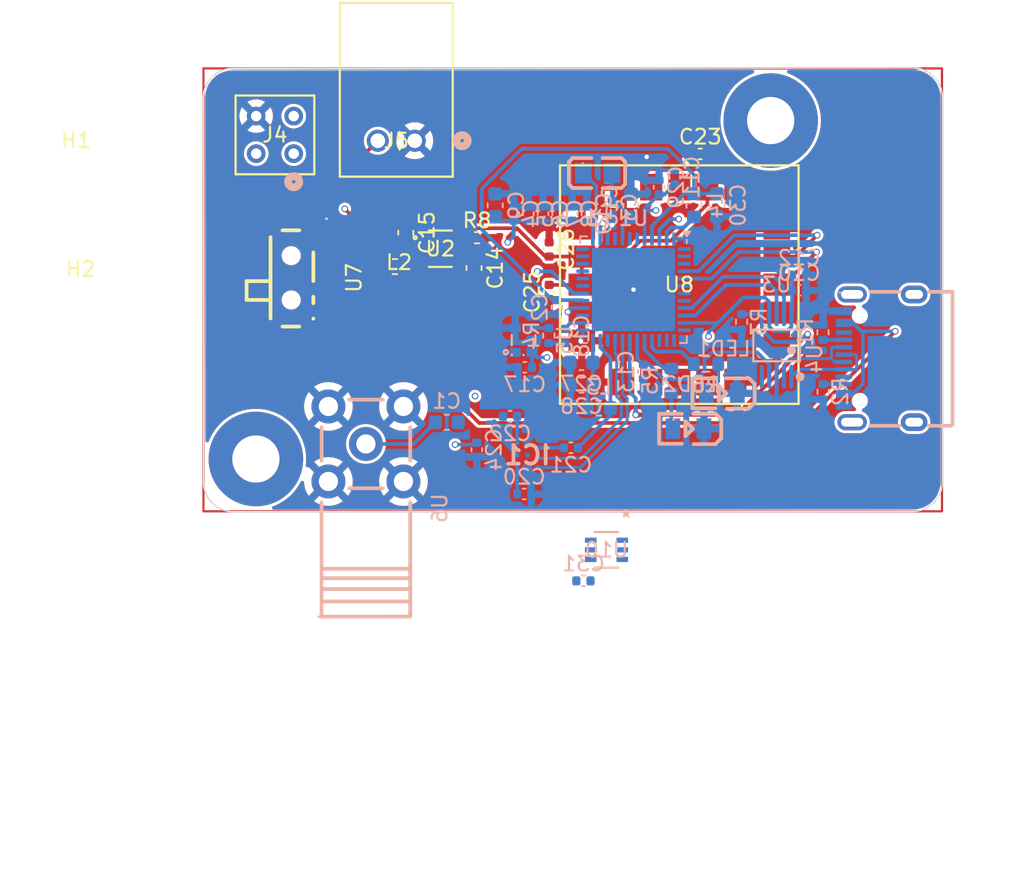
<source format=kicad_pcb>
(kicad_pcb (version 20240108) (generator "pcbnew") (generator_version "8.0")
  (layers (0 "F.Cu" signal) (1 "In1.Cu" signal) (2 "In2.Cu" signal) (31 "B.Cu" signal) (34 "B.Paste" user) (35 "F.Paste" user) (36 "B.SilkS" user "B.Silkscreen") (37 "F.SilkS" user "F.Silkscreen") (38 "B.Mask" user) (39 "F.Mask" user) (44 "Edge.Cuts" user))
  (net 0 "")
  (net 1 "+1V5")
  (net 2 "GND")
  (net 3 "+3.3V")
  (net 4 "/RESET")
  (net 5 "/PB0-VDD_TCXO")
  (net 6 "Net-(C18-Pad1)")
  (net 7 "/OSC_IN")
  (net 8 "Net-(U6-IN)")
  (net 9 "Net-(IC1-RFO_IN)")
  (net 10 "/RFI-")
  (net 11 "Net-(IC1-RFI_IN)")
  (net 12 "/RFI+")
  (net 15 "/USART1_TX")
  (net 16 "/USART1_RX")
  (net 17 "Net-(LED1-A)")
  (net 18 "Net-(LED2-A)")
  (net 19 "Net-(U4-CC1)")
  (net 20 "Net-(U4-CC2)")
  (net 21 "/BOOT0")
  (net 22 "Net-(U5-OUT)")
  (net 23 "/TIM1_CH1_LED_1")
  (net 26 "Net-(U2-EN)")
  (net 27 "/USART2_RX")
  (net 30 "Net-(U1-RFO_HP)")
  (net 35 "/USART2_TX")
  (net 36 "/TIM1_CH2_LED_2")
  (net 50 "USBD+")
  (net 51 "USBD-")
  (net 54 "Net-(U1-VR_PA)")
  (net 57 "Data 2")
  (net 59 "Net-(U1-VDDA)")
  (net 60 "Net-(IC1-RFO_OUT)")
  (net 61 "Data 1")
  (net 62 "Net-(J5-Pad2)")
  (net 63 "Net-(U2-SW)")
  (net 64 "Net-(U1-VLXSMPS)")
  (net 65 "Net-(U2-MODE{slash}S-CONF)")
  (net 68 "Net-(U4-VBUS-Pad11)")
  (net 80 "Net-(U1-PC13)")
  (net 81 "Net-(U10-RFC)")
  (net 82 "Net-(U10-RF2)")
  (footprint "Capacitor_SMD:C_0402_1005Metric" (layer "F.Cu") (at 163.420001 75.139998 90)
    (property "Reference" "C25")
    (property "Value" "100nF")
  )
  (footprint "jlc:CON4_2X2_TU_BCS_SAI" (layer "F.Cu") (at 144.85 64.5001)
    (property "Reference" "J4")
    (property "Value" "BCS-102-L-D-TE")
  )
  (footprint "" (layer "F.Cu") (at 143.56 86.45)
    (property "Reference" "")
    (property "Value" "")
  )
  (footprint "MountingHole:MountingHole_2.2mm_M2" (layer "F.Cu") (at 131.38 68.08)
    (property "Reference" "H1")
    (property "Value" "MountingHole")
  )
  (footprint "Capacitor_SMD:C_0402_1005Metric" (layer "F.Cu") (at 173.650001 65.789998)
    (property "Reference" "C23")
    (property "Value" "100nF")
  )
  (footprint "" (layer "F.Cu") (at 178.42 63.53)
    (property "Reference" "")
    (property "Value" "")
  )
  (footprint "jlc:SOT5X3-8_DRL_TEX" (layer "F.Cu") (at 156.049263 72.21)
    (property "Reference" "U2")
    (property "Value" "TPS629206DRLR")
  )
  (footprint "jlc:CONN_S2B-XH-A_JST" (layer "F.Cu") (at 154.3166 64.8969)
    (property "Reference" "J5")
    (property "Value" "S2B-XH-A")
  )
  (footprint "jlc:SAM-M10Q_UBL" (layer "F.Cu") (at 172.230001 74.639998)
    (property "Reference" "U8")
    (property "Value" "SAM-M10Q-00B")
  )
  (footprint "Capacitor_SMD:C_0603_1608Metric" (layer "F.Cu") (at 153.709263 71.125 -90)
    (property "Reference" "C15")
    (property "Value" "22uF")
  )
  (footprint "Capacitor_SMD:C_0603_1608Metric" (layer "F.Cu") (at 158.329263 73.515 -90)
    (property "Reference" "C14")
    (property "Value" "4.7uF")
  )
  (footprint "Inductor_SMD:L_0603_1608Metric" (layer "F.Cu") (at 152.971763 73.42)
    (property "Reference" "L2")
    (property "Value" "2.2uH")
  )
  (footprint "jlc:SW-TH_MSK12C02-HB-1" (layer "F.Cu") (at 146.500165 74.179873 -90)
    (property "Reference" "U7")
    (property "Value" "MSK12C02-HB")
  )
  (footprint "MountingHole:MountingHole_2.2mm_M2" (layer "F.Cu") (at 131.69 76.79)
    (property "Reference" "H2")
    (property "Value" "MountingHole")
  )
  (footprint "Resistor_SMD:R_0402_1005Metric" (layer "F.Cu") (at 158.535037 71.465)
    (property "Reference" "R8")
    (property "Value" "27.4k")
  )
  (footprint "Capacitor_SMD:C_0402_1005Metric" (layer "F.Cu") (at 163.420001 72.259998 -90)
    (property "Reference" "C26")
    (property "Value" "100nF")
  )
  (footprint "Resistor_SMD:R_0402_1005Metric" (layer "B.Cu") (at 181.96 77.87 -90)
    (property "Reference" "R1")
    (property "Value" "5.1k")
  )
  (footprint "Capacitor_SMD:C_0402_1005Metric" (layer "B.Cu") (at 164.985 69.835 90)
    (property "Reference" "C8")
    (property "Value" "100nF")
  )
  (footprint "jlc:MSOP-10_L3.0-W3.0-P0.50-LS5.0-BL" (layer "B.Cu") (at 178.82 78.76 180)
    (property "Reference" "U3")
    (property "Value" "CH340X")
  )
  (footprint "Capacitor_SMD:C_0402_1005Metric" (layer "B.Cu") (at 161.73 88.82 180)
    (property "Reference" "C20")
    (property "Value" "0")
  )
  (footprint "Capacitor_SMD:C_0402_1005Metric" (layer "B.Cu") (at 165.74 94.7 180)
    (property "Reference" "C31")
    (property "Value" "22pF")
  )
  (footprint "jlc:ANT-TH_KH-SMA-K513-G" (layer "B.Cu") (at 151.009995 85.430005 90)
    (property "Reference" "U6")
    (property "Value" "KH-SMA-K513-G")
  )
  (footprint "Capacitor_SMD:C_0402_1005Metric" (layer "B.Cu") (at 161.77 80.24)
    (property "Reference" "C17")
    (property "Value" "10nF")
  )
  (footprint "Capacitor_SMD:C_0402_1005Metric" (layer "B.Cu") (at 163.995 69.835 90)
    (property "Reference" "C7")
    (property "Value" "100nF")
  )
  (footprint "jlc:LED0805-R-RD" (layer "B.Cu") (at 172.849708 84.4 180)
    (property "Reference" "LED2")
    (property "Value" "0805G_(Green)")
  )
  (footprint "Capacitor_SMD:C_0603_1608Metric" (layer "B.Cu") (at 168.96 69.29 -90)
    (property "Reference" "C16")
    (property "Value" "4.7uF")
  )
  (footprint "Package_DFN_QFN:QFN-48-1EP_7x7mm_P0.5mm_EP5.6x5.6mm" (layer "B.Cu") (at 169.13 74.98 180)
    (property "Reference" "U1")
    (property "Value" "STM32WLE5C8Ux")
  )
  (footprint "Capacitor_SMD:C_0402_1005Metric" (layer "B.Cu") (at 171.92 67.37 90)
    (property "Reference" "C11")
    (property "Value" "100nF")
  )
  (footprint "Capacitor_SMD:C_0402_1005Metric" (layer "B.Cu") (at 165.975 69.835 90)
    (property "Reference" "C19")
    (property "Value" "100nF")
  )
  (footprint "Capacitor_SMD:C_0402_1005Metric" (layer "B.Cu") (at 180.35 75.03 180)
    (property "Reference" "C10")
    (property "Value" "100nF")
  )
  (footprint "Capacitor_SMD:C_0402_1005Metric" (layer "B.Cu") (at 180.35 73.99 180)
    (property "Reference" "C12")
    (property "Value" "100nF")
  )
  (footprint "Capacitor_SMD:C_0402_1005Metric" (layer "B.Cu") (at 164.89 85.69)
    (property "Reference" "C21")
    (property "Value" "100pF")
  )
  (footprint "Capacitor_SMD:C_0402_1005Metric" (layer "B.Cu") (at 169.8 80.53 -90)
    (property "Reference" "C13")
    (property "Value" "100nF")
  )
  (footprint "Capacitor_SMD:C_0402_1005Metric" (layer "B.Cu") (at 167.69 69.41 90)
    (property "Reference" "C3")
    (property "Value" "100nF")
  )
  (footprint "jlc:SC-70-6_PSM" (layer "B.Cu") (at 167.3018 92.600001 180)
    (property "Reference" "U10")
    (property "Value" "4259-63")
  )
  (footprint "jlc:BALFHBWL02D3" (layer "B.Cu") (at 161.94 85.69 180)
    (property "Reference" "IC1")
    (property "Value" "BALFHB-WL-02D3" (hide yes))
  )
  (footprint "Resistor_SMD:R_0402_1005Metric" (layer "B.Cu") (at 163.4 78.09 -90)
    (property "Reference" "R4")
    (property "Value" "220")
  )
  (footprint "Capacitor_SMD:C_0402_1005Metric" (layer "B.Cu") (at 160.77 83.56)
    (property "Reference" "C22")
    (property "Value" "68pF")
  )
  (footprint "jlc:LED0805-R-RD" (layer "B.Cu") (at 175.110292 82 180)
    (property "Reference" "LED1")
    (property "Value" "0805G_(Green)")
  )
  (footprint "jlc:USB-C-SMD_TYPE-C-6PIN-2MD-073" (layer "B.Cu") (at 185.76 79.63 -90)
    (property "Reference" "U4")
    (property "Value" "TYPE-C_16PIN_2MD(073)")
  )
  (footprint "Capacitor_SMD:C_0603_1608Metric" (layer "B.Cu") (at 156.485 83.96 180)
    (property "Reference" "C1")
    (property "Value" "68pF")
  )
  (footprint "Capacitor_SMD:C_0603_1608Metric" (layer "B.Cu") (at 165.615 81.45)
    (property "Reference" "C28")
    (property "Value" "68pF")
  )
  (footprint "Capacitor_SMD:C_0402_1005Metric" (layer "B.Cu") (at 163.005 69.835 90)
    (property "Reference" "C6")
    (property "Value" "100nF")
  )
  (footprint "Capacitor_SMD:C_0402_1005Metric" (layer "B.Cu") (at 162.015 69.835 90)
    (property "Reference" "C5")
    (property "Value" "100nF")
  )
  (footprint "Resistor_SMD:R_0603_1608Metric" (layer "B.Cu") (at 174.04 80.02)
    (property "Reference" "R6")
    (property "Value" "68")
  )
  (footprint "Capacitor_SMD:C_0402_1005Metric" (layer "B.Cu") (at 161.025 69.835 90)
    (property "Reference" "C4")
    (property "Value" "100nF")
  )
  (footprint "Inductor_SMD:L_0603_1608Metric" (layer "B.Cu") (at 166.78 83 180)
    (property "Reference" "L3")
    (property "Value" "47nH")
  )
  (footprint "Resistor_SMD:R_0603_1608Metric" (layer "B.Cu") (at 171.69 81.15 -90)
    (property "Reference" "R5")
    (property "Value" "68")
  )
  (footprint "Capacitor_SMD:C_0603_1608Metric" (layer "B.Cu") (at 159.765 69.27 90)
    (property "Reference" "C9")
    (property "Value" "4.7uF")
  )
  (footprint "Capacitor_SMD:C_0603_1608Metric" (layer "B.Cu") (at 165.605 79.92)
    (property "Reference" "C27")
    (property "Value" "47nF")
  )
  (footprint "jlc:OSC-SMD_4P-L2.0-W1.6-BL_EPSON_TG-5006CJ-19H" (layer "B.Cu") (at 161.684976 78.404994 90)
    (property "Reference" "U5")
    (property "Value" "X1G004131004200")
  )
  (footprint "Capacitor_SMD:C_0402_1005Metric" (layer "B.Cu") (at 163.95 76.17 -90)
    (property "Reference" "C2")
    (property "Value" "33pF")
  )
  (footprint "Resistor_SMD:R_0402_1005Metric" (layer "B.Cu") (at 181.97 81.89 90)
    (property "Reference" "R2")
    (property "Value" "5.1k")
  )
  (footprint "jlc:L0805" (layer "B.Cu") (at 166.698782 67.085)
    (property "Reference" "L1")
    (property "Value" "GZ2012D601TF")
  )
  (footprint "Capacitor_SMD:C_0402_1005Metric" (layer "B.Cu") (at 158.52 85.82 90)
    (property "Reference" "C24")
    (property "Value" "100nF")
  )
  (footprint "Capacitor_SMD:C_0402_1005Metric" (layer "B.Cu") (at 170.86 68.05 90)
    (property "Reference" "C29")
    (property "Value" "4.7uF")
  )
  (footprint "Capacitor_SMD:C_0402_1005Metric" (layer "B.Cu") (at 164.46 78.12 90)
    (property "Reference" "C18")
    (property "Value" "10pF")
  )
  (footprint "Capacitor_SMD:C_0603_1608Metric" (layer "B.Cu") (at 174.78 69.26 90)
    (property "Reference" "C30")
    (property "Value" "0.47uF")
  )
  (footprint "Resistor_SMD:R_0402_1005Metric" (layer "B.Cu") (at 176.45 77.16 90)
    (property "Reference" "R3")
    (property "Value" "4.7k")
  )
  (footprint "Inductor_SMD:L_0603_1608Metric" (layer "B.Cu") (at 173.23 69.2725 90)
    (property "Reference" "L4")
    (property "Value" "15uH")
  )
  (gr_rect (start 140.01 60) (end 190.02 89.99) (stroke (width 0.15)) (fill none) (layer "F.Cu"))
  (gr_arc (start 139.994214 62.004214) (mid 140.58 60.59) (end 141.994214 60.004214) (stroke (width 0.1)) (layer "Edge.Cuts"))
  (gr_arc (start 190.045786 87.995786) (mid 189.46 89.41) (end 188.045786 89.995786) (stroke (width 0.1)) (layer "Edge.Cuts"))
  (gr_line (start 140.014214 88.015786) (end 139.994214 62.004214) (stroke (width 0.1)) (layer "Edge.Cuts"))
  (gr_line (start 141.994214 60.004214) (end 188.045786 59.964214) (stroke (width 0.1)) (layer "Edge.Cuts"))
  (gr_arc (start 188.045786 59.964214) (mid 189.46 60.55) (end 190.045786 61.964214) (stroke (width 0.1)) (layer "Edge.Cuts"))
  (gr_arc (start 142.014214 90.015786) (mid 140.6 89.43) (end 140.014214 88.015786) (stroke (width 0.1)) (layer "Edge.Cuts"))
  (gr_line (start 188.045786 89.995786) (end 142.014214 90.015786) (stroke (width 0.1)) (layer "Edge.Cuts"))
  (gr_line (start 190.045786 61.964214) (end 190.045786 87.995786) (stroke (width 0.1)) (layer "Edge.Cuts"))
  (segment (start 170.38 70.667818) (end 170.38 71.5425) (width 0.25) (layer "B.Cu") (net 1))
  (segment (start 171.46 65.44) (end 173.23 67.21) (width 0.25) (layer "B.Cu") (net 1))
  (segment (start 163.640001 75.69) (end 158.86 70.909999) (width 0.25) (layer "B.Cu") (net 1))
  (segment (start 173.23 67.21) (end 173.23 68.485) (width 0.25) (layer "B.Cu") (net 1))
  (segment (start 163.95 75.69) (end 165.6525 75.69) (width 0.25) (layer "B.Cu") (net 1))
  (segment (start 165.6525 75.69) (end 165.6925 75.73) (width 0.25) (layer "B.Cu") (net 1))
  (segment (start 158.86 68.140948) (end 161.560948 65.44) (width 0.25) (layer "B.Cu") (net 1))
  (segment (start 161.560948 65.44) (end 171.46 65.44) (width 0.25) (layer "B.Cu") (net 1))
  (segment (start 172.562818 68.485) (end 170.38 70.667818) (width 0.25) (layer "B.Cu") (net 1))
  (segment (start 174.78 68.485) (end 173.23 68.485) (width 0.25) (layer "B.Cu") (net 1))
  (segment (start 173.23 68.485) (end 172.562818 68.485) (width 0.25) (layer "B.Cu") (net 1))
  (segment (start 163.95 75.69) (end 163.640001 75.69) (width 0.25) (layer "B.Cu") (net 1))
  (segment (start 158.86 70.909999) (end 158.86 68.140948) (width 0.25) (layer "B.Cu") (net 1))
  (segment (start 156.849363 72.960189) (end 156.999452 72.960189) (width 0.25) (layer "F.Cu") (net 2))
  (segment (start 155.249163 71.459811) (end 154.819074 71.459811) (width 0.25) (layer "F.Cu") (net 2))
  (segment (start 156.999452 72.960189) (end 158.329263 74.29) (width 0.25) (layer "F.Cu") (net 2))
  (segment (start 154.819074 71.459811) (end 153.709263 70.35) (width 0.25) (layer "F.Cu") (net 2))
  (via (at 169.13 74.98) (size 0.45) (drill 0.3) (layers "F.Cu" "B.Cu") (net 2))
  (via (at 167.69 70.61) (size 0.45) (drill 0.3) (layers "F.Cu" "B.Cu") (net 2))
  (via (at 170.02 65.99) (size 0.45) (drill 0.3) (layers "F.Cu" "B.Cu") (net 2))
  (segment (start 171.92 66.89) (end 170.92 66.89) (width 0.25) (layer "B.Cu") (net 2))
  (segment (start 170.92 66.89) (end 170.02 65.99) (width 0.25) (layer "B.Cu") (net 2))
  (segment (start 167.69 69.89) (end 167.69 70.61) (width 0.25) (layer "B.Cu") (net 2))
  (segment (start 153.709263 71.9) (end 154.269326 72.460063) (width 0.25) (layer "F.Cu") (net 3))
  (segment (start 174.130001 65.789998) (end 174.130001 68.039995) (width 0.25) (layer "F.Cu") (net 3))
  (segment (start 153.709263 71.9) (end 153.704263 71.9) (width 0.25) (layer "F.Cu") (net 3))
  (segment (start 174.13 69.191696) (end 174.13 68.039996) (width 0.25) (layer "F.Cu") (net 3))
  (segment (start 155.783541 72.460063) (end 156.168763 72.074841) (width 0.25) (layer "F.Cu") (net 3))
  (segment (start 165.609999 74.659998) (end 165.629999 74.639998) (width 0.25) (layer "F.Cu") (net 3))
  (segment (start 160.61 71.77) (end 160.61 71.45) (width 0.25) (layer "F.Cu") (net 3))
  (segment (start 165.629999 74.639998) (end 165.629999 72.739999) (width 0.25) (layer "F.Cu") (net 3))
  (segment (start 152.184263 72.114263) (end 152.184263 73.42) (width 0.25) (layer "F.Cu") (net 3))
  (segment (start 156.369274 70.82) (end 161.24 70.82) (width 0.25) (layer "F.Cu") (net 3))
  (segment (start 155.249163 72.460063) (end 155.783541 72.460063) (width 0.25) (layer "F.Cu") (net 3))
  (segment (start 154.269326 72.460063) (end 155.249163 72.460063) (width 0.25) (layer "F.Cu") (net 3))
  (segment (start 163.159998 72.739998) (end 163.420001 72.739998) (width 0.25) (layer "F.Cu") (net 3))
  (segment (start 171.651696 71.67) (end 174.13 69.191696) (width 0.25) (layer "F.Cu") (net 3))
  (segment (start 163.420001 74.659998) (end 165.609999 74.659998) (width 0.25) (layer "F.Cu") (net 3))
  (segment (start 156.168763 72.074841) (end 156.168763 71.020511) (width 0.25) (layer "F.Cu") (net 3))
  (segment (start 169.6 71.67) (end 171.651696 71.67) (width 0.25) (layer "F.Cu") (net 3))
  (segment (start 163.420001 72.739998) (end 165.629998 72.739998) (width 0.25) (layer "F.Cu") (net 3))
  (segment (start 165.629998 72.739998) (end 165.629999 72.739999) (width 0.25) (layer "F.Cu") (net 3))
  (segment (start 165.629999 74.639998) (end 166.630002 74.639998) (width 0.25) (layer "F.Cu") (net 3))
  (segment (start 149.58 69.51) (end 152.184263 72.114263) (width 0.25) (layer "F.Cu") (net 3))
  (segment (start 166.630002 74.639998) (end 169.6 71.67) (width 0.25) (layer "F.Cu") (net 3))
  (segment (start 174.130001 68.039995) (end 174.13 68.039996) (width 0.25) (layer "F.Cu") (net 3))
  (segment (start 160.61 71.45) (end 161.24 70.82) (width 0.25) (layer "F.Cu") (net 3))
  (segment (start 161.24 70.82) (end 163.159998 72.739998) (width 0.25) (layer "F.Cu") (net 3))
  (segment (start 153.704263 71.9) (end 152.184263 73.42) (width 0.25) (layer "F.Cu") (net 3))
  (segment (start 156.168763 71.020511) (end 156.369274 70.82) (width 0.25) (layer "F.Cu") (net 3))
  (via (at 172.19 70.2) (size 0.45) (drill 0.3) (layers "F.Cu" "B.Cu") (net 3))
  (via (at 170.65 69.62) (size 0.45) (drill 0.3) (layers "F.Cu" "B.Cu") (net 3))
  (via (at 160.61 71.77) (size 0.45) (drill 0.3) (layers "F.Cu" "B.Cu") (net 3))
  (via (at 149.58 69.51) (size 0.45) (drill 0.3) (layers "F.Cu" "B.Cu") (net 3))
  (via (at 164.69 76.49) (size 0.45) (drill 0.3) (layers "F.Cu" "B.Cu") (net 3))
  (via (at 174.21 78.15) (size 0.45) (drill 0.3) (layers "F.Cu" "B.Cu") (net 3))
  (via (at 157.05 85.47) (size 0.45) (drill 0.3) (layers "F.Cu" "B.Cu") (net 3))
  (via (at 165.56 78.46) (size 0.45) (drill 0.3) (layers "F.Cu" "B.Cu") (net 3))
  (segment (start 174.21 78.15) (end 174.21 77.87) (width 0.25) (layer "B.Cu") (net 3))
  (segment (start 166.38 71.5425) (end 166.38 70.41) (width 0.25) (layer "B.Cu") (net 3))
  (segment (start 178.632363 77.79) (end 179.53 77.79) (width 0.25) (layer "B.Cu") (net 3))
  (segment (start 166.475 70.315) (end 165.975 70.315) (width 0.25) (layer "B.Cu") (net 3))
  (segment (start 170.88 70.918864) (end 170.88 71.5425) (width 0.25) (layer "B.Cu") (net 3))
  (segment (start 165.6925 76.23) (end 164.95 76.23) (width 0.25) (layer "B.Cu") (net 3))
  (segment (start 161.025 70.315) (end 161.025 71.355) (width 0.25) (layer "B.Cu") (net 3))
  (segment (start 170.86 68.53) (end 171.24 68.53) (width 0.25) (layer "B.Cu") (net 3))
  (segment (start 166.38 70.41) (end 166.475 70.315) (width 0.25) (layer "B.Cu") (net 3))
  (segment (start 170.65 69.62) (end 169.99 69.62) (width 0.25) (layer "B.Cu") (net 3))
  (segment (start 178.319873 76.650018) (end 178.319873 77.47751) (width 0.25) (layer "B.Cu") (net 3))
  (segment (start 171.24 68.53) (end 171.92 67.85) (width 0.25) (layer "B.Cu") (net 3))
  (segment (start 179.87 75.03) (end 179.87 76.600018) (width 0.25) (layer "B.Cu") (net 3))
  (segment (start 164.95 76.23) (end 164.69 76.49) (width 0.25) (layer "B.Cu") (net 3))
  (segment (start 179.53 77.79) (end 179.82 77.5) (width 0.25) (layer "B.Cu") (net 3))
  (segment (start 160.035 70.315) (end 159.765 70.045) (width 0.25) (layer "B.Cu") (net 3))
  (segment (start 172.5675 77.23) (end 174.85 77.23) (width 0.25) (layer "B.Cu") (net 3))
  (segment (start 178.02501 75.51501) (end 178.319873 75.809873) (width 0.25) (layer "B.Cu") (net 3))
  (segment (start 158.39 85.47) (end 158.52 85.34) (width 0.25) (layer "B.Cu") (net 3))
  (segment (start 179.82 77.5) (end 179.82 76.650018) (width 0.25) (layer "B.Cu") (net 3))
  (segment (start 169.88 71.5425) (end 169.88 69.51) (width 0.25) (layer "B.Cu") (net 3))
  (segment (start 178.319873 75.809873) (end 178.319873 76.650018) (width 0.25) (layer "B.Cu") (net 3))
  (segment (start 176.56499 75.51501) (end 178.02501 75.51501) (width 0.25) (layer "B.Cu") (net 3))
  (segment (start 165.6925 77.73) (end 165.6925 78.3275) (width 0.25) (layer "B.Cu") (net 3))
  (segment (start 171.598864 70.2) (end 170.88 70.918864) (width 0.25) (layer "B.Cu") (net 3))
  (segment (start 157.05 85.47) (end 158.39 85.47) (width 0.25) (layer "B.Cu") (net 3))
  (segment (start 169.88 69.51) (end 170.86 68.53) (width 0.25) (layer "B.Cu") (net 3))
  (segment (start 179.87 73.99) (end 179.87 75.03) (width 0.25) (layer "B.Cu") (net 3))
  (segment (start 166.61 67.962436) (end 166.61 70.18) (width 0.25) (layer "B.Cu") (net 3))
  (segment (start 166.61 70.18) (end 166.475 70.315) (width 0.25) (layer "B.Cu") (net 3))
  (segment (start 178.319873 77.47751) (end 178.632363 77.79) (width 0.25) (layer "B.Cu") (net 3))
  (segment (start 174.21 77.87) (end 174.85 77.23) (width 0.25) (layer "B.Cu") (net 3))
  (segment (start 161.025 71.355) (end 160.61 71.77) (width 0.25) (layer "B.Cu") (net 3))
  (segment (start 165.6925 78.3275) (end 165.56 78.46) (width 0.25) (layer "B.Cu") (net 3))
  (segment (start 179.87 76.600018) (end 179.82 76.650018) (width 0.25) (layer "B.Cu") (net 3))
  (segment (start 165.732564 67.085) (end 166.61 67.962436) (width 0.25) (layer "B.Cu") (net 3))
  (segment (start 172.19 70.2) (end 171.598864 70.2) (width 0.25) (layer "B.Cu") (net 3))
  (segment (start 174.85 77.23) (end 176.56499 75.51501) (width 0.25) (layer "B.Cu") (net 3))
  (segment (start 165.975 70.315) (end 160.035 70.315) (width 0.25) (layer "B.Cu") (net 3))
  (segment (start 169.99 69.62) (end 169.88 69.51) (width 0.25) (layer "B.Cu") (net 3))
  (segment (start 169.8 80.05) (end 170.191996 80.05) (width 0.25) (layer "B.Cu") (net 4))
  (segment (start 171.191996 81.05) (end 173.22 81.05) (width 0.25) (layer "B.Cu") (net 4))
  (segment (start 173.22 81.05) (end 173.45 80.82) (width 0.25) (layer "B.Cu") (net 4))
  (segment (start 173.94 79.721996) (end 174.441996 79.22) (width 0.25) (layer "B.Cu") (net 4))
  (segment (start 173.638004 80.82) (end 173.94 80.518004) (width 0.25) (layer "B.Cu") (net 4))
  (segment (start 174.441996 79.22) (end 177.497637 79.22) (width 0.25) (layer "B.Cu") (net 4))
  (segment (start 169.38 79.63) (end 169.8 80.05) (width 0.25) (layer "B.Cu") (net 4))
  (segment (start 178.319873 80.042236) (end 178.319873 80.869982) (width 0.25) (layer "B.Cu") (net 4))
  (segment (start 173.94 80.518004) (end 173.94 79.721996) (width 0.25) (layer "B.Cu") (net 4))
  (segment (start 177.497637 79.22) (end 178.319873 80.042236) (width 0.25) (layer "B.Cu") (net 4))
  (segment (start 169.38 78.4175) (end 169.38 79.63) (width 0.25) (layer "B.Cu") (net 4))
  (segment (start 173.45 80.82) (end 173.638004 80.82) (width 0.25) (layer "B.Cu") (net 4))
  (segment (start 170.191996 80.05) (end 171.191996 81.05) (width 0.25) (layer "B.Cu") (net 4))
  (via (at 163.27 79.57) (size 0.45) (drill 0.3) (layers "F.Cu" "B.Cu") (net 5))
  (via (at 162.61 73.74) (size 0.45) (drill 0.3) (layers "F.Cu" "B.Cu") (net 5))
  (segment (start 165.08 75.23) (end 165.6925 75.23) (width 0.25) (layer "B.Cu") (net 5))
  (segment (start 162.590012 79.57) (end 162.25 79.229988) (width 0.25) (layer "B.Cu") (net 5))
  (segment (start 162.25 80.24) (end 162.25 79.229988) (width 0.25) (layer "B.Cu") (net 5))
  (segment (start 163.27 79.57) (end 162.590012 79.57) (width 0.25) (layer "B.Cu") (net 5))
  (segment (start 163.59 73.74) (end 165.08 75.23) (width 0.25) (layer "B.Cu") (net 5))
  (segment (start 162.61 73.74) (end 163.59 73.74) (width 0.25) (layer "B.Cu") (net 5))
  (segment (start 163.4 78.6) (end 164.46 78.6) (width 0.25) (layer "B.Cu") (net 6))
  (segment (start 164.87 77.23) (end 165.6925 77.23) (width 0.25) (layer "B.Cu") (net 7))
  (segment (start 164.46 77.64) (end 164.87 77.23) (width 0.25) (layer "B.Cu") (net 7))
  (segment (start 151.009995 85.430005) (end 154.239995 85.430005) (width 0.25) (layer "B.Cu") (net 8))
  (segment (start 154.239995 85.430005) (end 155.71 83.96) (width 0.25) (layer "B.Cu") (net 8))
  (segment (start 164.41 85.69) (end 162.63 85.69) (width 0.25) (layer "B.Cu") (net 9))
  (segment (start 167.9925 79.416199) (end 167.9925 82.210314) (width 0.2) (layer "B.Cu") (net 10))
  (segment (start 167.88 78.4175) (end 167.88 79.303699) (width 0.2) (layer "B.Cu") (net 10))
  (segment (start 168.305 83.691134) (end 165.596134 86.4) (width 0.2) (layer "B.Cu") (net 10))
  (segment (start 165.596134 86.4) (end 162.63 86.4) (width 0.2) (layer "B.Cu") (net 10))
  (segment (start 167.88 79.303699) (end 167.9925 79.416199) (width 0.2) (layer "B.Cu") (net 10))
  (segment (start 167.9925 82.210314) (end 168.305 82.522814) (width 0.2) (layer "B.Cu") (net 10))
  (segment (start 168.305 82.522814) (end 168.305 83.691134) (width 0.2) (layer "B.Cu") (net 10))
  (segment (start 161.25 88.82) (end 161.25 87.03) (width 0.25) (layer "B.Cu") (net 11))
  (segment (start 168.705 82.357128) (end 168.3925 82.044628) (width 0.2) (layer "B.Cu") (net 12))
  (segment (start 165.53182 87.03) (end 168.705 83.85682) (width 0.2) (layer "B.Cu") (net 12))
  (segment (start 168.3925 78.43) (end 168.38 78.4175) (width 0.2) (layer "B.Cu") (net 12))
  (segment (start 168.3925 82.044628) (end 168.3925 78.43) (width 0.2) (layer "B.Cu") (net 12))
  (segment (start 168.705 83.85682) (end 168.705 82.357128) (width 0.2) (layer "B.Cu") (net 12))
  (segment (start 162.63 87.03) (end 165.53182 87.03) (width 0.2) (layer "B.Cu") (net 12))
  (segment (start 180.120001 72.739999) (end 178.830003 72.739999) (width 0.25) (layer "F.Cu") (net 15))
  (segment (start 181.57 71.29) (end 180.120001 72.739999) (width 0.25) (layer "F.Cu") (net 15))
  (via (at 181.57 71.29) (size 0.45) (drill 0.3) (layers "F.Cu" "B.Cu") (net 15))
  (segment (start 172.5675 73.73) (end 173.52 73.73) (width 0.25) (layer "B.Cu") (net 15))
  (segment (start 175.96 71.29) (end 181.57 71.29) (width 0.25) (layer "B.Cu") (net 15))
  (segment (start 173.52 73.73) (end 175.96 71.29) (width 0.25) (layer "B.Cu") (net 15))
  (segment (start 181.52 72.43) (end 179.310002 74.639998) (width 0.25) (layer "F.Cu") (net 16))
  (segment (start 179.310002 74.639998) (end 178.830003 74.639998) (width 0.25) (layer "F.Cu") (net 16))
  (via (at 181.52 72.43) (size 0.45) (drill 0.3) (layers "F.Cu" "B.Cu") (net 16))
  (segment (start 174.433604 74.23) (end 176.233604 72.43) (width 0.25) (layer "B.Cu") (net 16))
  (segment (start 172.5675 74.23) (end 174.433604 74.23) (width 0.25) (layer "B.Cu") (net 16))
  (segment (start 176.233604 72.43) (end 181.52 72.43) (width 0.25) (layer "B.Cu") (net 16))
  (segment (start 174.865 80.02) (end 174.865 81.195) (width 0.25) (layer "B.Cu") (net 17))
  (segment (start 174.865 81.195) (end 174.06 82) (width 0.25) (layer "B.Cu") (net 17))
  (segment (start 171.69 84.290584) (end 171.799416 84.4) (width 0.25) (layer "B.Cu") (net 18))
  (segment (start 171.69 81.975) (end 171.69 84.290584) (width 0.25) (layer "B.Cu") (net 18))
  (segment (start 183.384777 78.38) (end 183.384968 78.380191) (width 0.25) (layer "B.Cu") (net 19))
  (segment (start 181.96 78.38) (end 183.384777 78.38) (width 0.25) (layer "B.Cu") (net 19))
  (segment (start 183.384777 81.38) (end 183.384968 81.380191) (width 0.25) (layer "B.Cu") (net 20))
  (segment (start 181.97 81.38) (end 183.384777 81.38) (width 0.25) (layer "B.Cu") (net 20))
  (segment (start 180.92 77.99) (end 180.92 78.651001) (width 0.25) (layer "F.Cu") (net 21))
  (segment (start 176.111001 83.46) (end 169.28 83.46) (width 0.25) (layer "F.Cu") (net 21))
  (segment (start 180.92 78.651001) (end 176.111001 83.46) (width 0.25) (layer "F.Cu") (net 21))
  (via (at 169.28 83.46) (size 0.45) (drill 0.3) (layers "F.Cu" "B.Cu") (net 21))
  (via (at 180.92 77.99) (size 0.45) (drill 0.3) (layers "F.Cu" "B.Cu") (net 21))
  (segment (start 177.819982 76.65) (end 177.82 76.650018) (width 0.25) (layer "B.Cu") (net 21))
  (segment (start 180.92 77.99) (end 180.39 78.52) (width 0.25) (layer "B.Cu") (net 21))
  (segment (start 168.88 81.931088) (end 169.28 82.331088) (width 0.25) (layer "B.Cu") (net 21))
  (segment (start 180.39 78.52) (end 178.65 78.52) (width 0.25) (layer "B.Cu") (net 21))
  (segment (start 177.82 77.69) (end 177.82 76.650018) (width 0.25) (layer "B.Cu") (net 21))
  (segment (start 176.45 76.65) (end 177.819982 76.65) (width 0.25) (layer "B.Cu") (net 21))
  (segment (start 178.65 78.52) (end 177.82 77.69) (width 0.25) (layer "B.Cu") (net 21))
  (segment (start 169.28 82.331088) (end 169.28 83.46) (width 0.25) (layer "B.Cu") (net 21))
  (segment (start 168.88 78.4175) (end 168.88 81.931088) (width 0.25) (layer "B.Cu") (net 21))
  (segment (start 162.25 77.58) (end 163.4 77.58) (width 0.25) (layer "B.Cu") (net 22))
  (segment (start 172.375 79.18) (end 170.65526 79.18) (width 0.25) (layer "B.Cu") (net 23))
  (segment (start 170.38 78.90474) (end 170.38 78.4175) (width 0.25) (layer "B.Cu") (net 23))
  (segment (start 173.215 80.02) (end 172.375 79.18) (width 0.25) (layer "B.Cu") (net 23))
  (segment (start 170.65526 79.18) (end 170.38 78.90474) (width 0.25) (layer "B.Cu") (net 23))
  (segment (start 154.399315 74.929937) (end 156.168763 73.160489) (width 0.25) (layer "F.Cu") (net 26))
  (segment (start 158.049326 72.460063) (end 158.329263 72.74) (width 0.25) (layer "F.Cu") (net 26))
  (segment (start 156.849363 72.460063) (end 158.049326 72.460063) (width 0.25) (layer "F.Cu") (net 26))
  (segment (start 148.20019 74.929937) (end 154.399315 74.929937) (width 0.25) (layer "F.Cu") (net 26))
  (segment (start 156.419937 72.460063) (end 156.849363 72.460063) (width 0.25) (layer "F.Cu") (net 26))
  (segment (start 156.849363 71.959937) (end 156.849363 72.460063) (width 0.25) (layer "F.Cu") (net 26))
  (segment (start 156.168763 72.711237) (end 156.419937 72.460063) (width 0.25) (layer "F.Cu") (net 26))
  (segment (start 156.168763 73.160489) (end 156.168763 72.711237) (width 0.25) (layer "F.Cu") (net 26))
  (segment (start 173.32 76.73) (end 172.5675 76.73) (width 0.25) (layer "B.Cu") (net 27))
  (segment (start 178.815 75.075) (end 178.4 74.66) (width 0.25) (layer "B.Cu") (net 27))
  (segment (start 178.815 75.582886) (end 178.815 75.075) (width 0.25) (layer "B.Cu") (net 27))
  (segment (start 178.82 76.650018) (end 178.82 75.587886) (width 0.25) (layer "B.Cu") (net 27))
  (segment (start 178.82 75.587886) (end 178.815 75.582886) (width 0.25) (layer "B.Cu") (net 27))
  (segment (start 178.4 74.66) (end 175.39 74.66) (width 0.25) (layer "B.Cu") (net 27))
  (segment (start 175.39 74.66) (end 173.32 76.73) (width 0.25) (layer "B.Cu") (net 27))
  (segment (start 166.88 78.90474) (end 166.88 78.4175) (width 0.25) (layer "B.Cu") (net 30))
  (segment (start 167.5675 83) (end 167.5675 79.59224) (width 0.25) (layer "B.Cu") (net 30))
  (segment (start 167.5675 83.4925) (end 165.37 85.69) (width 0.25) (layer "B.Cu") (net 30))
  (segment (start 167.5675 83) (end 167.5675 83.4925) (width 0.25) (layer "B.Cu") (net 30))
  (segment (start 167.5675 79.59224) (end 166.88 78.90474) (width 0.25) (layer "B.Cu") (net 30))
  (segment (start 179.319873 76.650018) (end 179.319873 75.451363) (width 0.25) (layer "B.Cu") (net 35))
  (segment (start 179.265 74.735) (end 178.64 74.11) (width 0.25) (layer "B.Cu") (net 35))
  (segment (start 178.64 74.11) (end 175.19 74.11) (width 0.25) (layer "B.Cu") (net 35))
  (segment (start 179.319873 75.451363) (end 179.265 75.39649) (width 0.25) (layer "B.Cu") (net 35))
  (segment (start 173.07 76.23) (end 172.5675 76.23) (width 0.25) (layer "B.Cu") (net 35))
  (segment (start 179.265 75.39649) (end 179.265 74.735) (width 0.25) (layer "B.Cu") (net 35))
  (segment (start 175.19 74.11) (end 173.07 76.23) (width 0.25) (layer "B.Cu") (net 35))
  (segment (start 171 80.11) (end 170.948864 80.11) (width 0.25) (layer "B.Cu") (net 36))
  (segment (start 171.69 80.325) (end 171.215 80.325) (width 0.25) (layer "B.Cu") (net 36))
  (segment (start 169.88 79.041136) (end 169.88 78.4175) (width 0.25) (layer "B.Cu") (net 36))
  (segment (start 171.215 80.325) (end 171 80.11) (width 0.25) (layer "B.Cu") (net 36))
  (segment (start 170.948864 80.11) (end 169.88 79.041136) (width 0.25) (layer "B.Cu") (net 36))
  (segment (start 184.234968 79.430064) (end 184.234968 80.330064) (width 0.2) (layer "B.Cu") (net 50))
  (segment (start 184.185096 80.379936) (end 183.384968 80.379936) (width 0.2) (layer "B.Cu") (net 50))
  (segment (start 184.234968 80.330064) (end 184.185096 80.379936) (width 0.2) (layer "B.Cu") (net 50))
  (segment (start 179.82 80.869982) (end 180.310046 80.379936) (width 0.2) (layer "B.Cu") (net 50))
  (segment (start 183.384968 79.379936) (end 184.18484 79.379936) (width 0.2) (layer "B.Cu") (net 50))
  (segment (start 184.18484 79.379936) (end 184.234968 79.430064) (width 0.2) (layer "B.Cu") (net 50))
  (segment (start 180.310046 80.379936) (end 183.384968 80.379936) (width 0.2) (layer "B.Cu") (net 50))
  (segment (start 179.74275 79.654968) (end 182.534968 79.654968) (width 0.2) (layer "B.Cu") (net 51))
  (segment (start 183.384968 78.880064) (end 182.58484 78.880064) (width 0.2) (layer "B.Cu") (net 51))
  (segment (start 182.534968 78.929936) (end 182.534968 79.654968) (width 0.2) (layer "B.Cu") (net 51))
  (segment (start 182.534968 79.654968) (end 182.760064 79.880064) (width 0.2) (layer "B.Cu") (net 51))
  (segment (start 182.58484 78.880064) (end 182.534968 78.929936) (width 0.2) (layer "B.Cu") (net 51))
  (segment (start 179.319873 80.077845) (end 179.74275 79.654968) (width 0.2) (layer "B.Cu") (net 51))
  (segment (start 179.319873 80.869982) (end 179.319873 80.077845) (width 0.2) (layer "B.Cu") (net 51))
  (segment (start 182.760064 79.880064) (end 183.384968 79.880064) (width 0.2) (layer "B.Cu") (net 51))
  (segment (start 166.38 79.92) (end 166.38 81.44) (width 0.25) (layer "B.Cu") (net 54))
  (segment (start 165.9925 81.8475) (end 166.39 81.45) (width 0.25) (layer "B.Cu") (net 54))
  (segment (start 165.9925 83) (end 165.9925 81.8475) (width 0.25) (layer "B.Cu") (net 54))
  (segment (start 166.38 81.44) (end 166.39 81.45) (width 0.25) (layer "B.Cu") (net 54))
  (segment (start 166.38 78.4175) (end 166.38 79.92) (width 0.25) (layer "B.Cu") (net 54))
  (segment (start 168.38 70.645) (end 168.38 71.5425) (width 0.25) (layer "B.Cu") (net 59))
  (segment (start 168.96 70.065) (end 168.38 70.645) (width 0.25) (layer "B.Cu") (net 59))
  (segment (start 167.665 67.085) (end 167.665 68.905) (width 0.25) (layer "B.Cu") (net 59))
  (segment (start 167.69 68.93) (end 167.825 68.93) (width 0.25) (layer "B.Cu") (net 59))
  (segment (start 167.825 68.93) (end 168.96 70.065) (width 0.25) (layer "B.Cu") (net 59))
  (segment (start 167.665 68.905) (end 167.69 68.93) (width 0.25) (layer "B.Cu") (net 59))
  (segment (start 161.25 83.56) (end 161.25 85.35) (width 0.25) (layer "B.Cu") (net 60))
  (segment (start 148.20019 68.51331) (end 151.8166 64.8969) (width 0.25) (layer "F.Cu") (net 62))
  (segment (start 148.20019 71.929937) (end 148.20019 68.51331) (width 0.25) (layer "F.Cu") (net 62))
  (segment (start 153.759263 73.42) (end 154.789352 73.42) (width 0.25) (layer "F.Cu") (net 63))
  (segment (start 154.789352 73.42) (end 155.249163 72.960189) (width 0.25) (layer "F.Cu") (net 63))
  (segment (start 171.38 71.05526) (end 171.38 71.5425) (width 0.25) (layer "B.Cu") (net 64))
  (segment (start 171.65526 70.78) (end 171.38 71.05526) (width 0.25) (layer "B.Cu") (net 64))
  (segment (start 172.51 70.78) (end 171.65526 70.78) (width 0.25) (layer "B.Cu") (net 64))
  (segment (start 173.23 70.06) (end 172.51 70.78) (width 0.25) (layer "B.Cu") (net 64))
  (segment (start 158.019848 71.459811) (end 158.025037 71.465) (width 0.25) (layer "F.Cu") (net 65))
  (segment (start 156.849363 71.459811) (end 158.019848 71.459811) (width 0.25) (layer "F.Cu") (net 65))
  (segment (start 151.030126 79.26) (end 148.20019 76.430064) (width 0.25) (layer "F.Cu") (net 68))
  (segment (start 180.64 84.01) (end 158.68 84.01) (width 0.25) (layer "F.Cu") (net 68))
  (segment (start 158.68 84.01) (end 153.93 79.26) (width 0.25) (layer "F.Cu") (net 68))
  (segment (start 186.85 77.8) (end 180.64 84.01) (width 0.25) (layer "F.Cu") (net 68))
  (segment (start 153.93 79.26) (end 151.030126 79.26) (width 0.25) (layer "F.Cu") (net 68))
  (via (at 186.85 77.8) (size 0.45) (drill 0.3) (layers "F.Cu" "B.Cu") (net 68))
  (segment (start 184.659968 77.899968) (end 183.990076 77.230076) (width 0.25) (layer "B.Cu") (net 68))
  (segment (start 186.85 77.8) (end 184.759936 77.8) (width 0.25) (layer "B.Cu") (net 68))
  (segment (start 183.384968 82.030178) (end 183.990426 82.030178) (width 0.25) (layer "B.Cu") (net 68))
  (segment (start 183.990076 77.230076) (end 183.384968 77.230076) (width 0.25) (layer "B.Cu") (net 68))
  (segment (start 183.990426 82.030178) (end 184.659968 81.360636) (width 0.25) (layer "B.Cu") (net 68))
  (segment (start 184.759936 77.8) (end 184.659968 77.899968) (width 0.25) (layer "B.Cu") (net 68))
  (segment (start 184.659968 81.360636) (end 184.659968 77.899968) (width 0.25) (layer "B.Cu") (net 68))
  (via (at 158.4 82.19) (size 0.45) (drill 0.3) (layers "F.Cu" "B.Cu") (net 80))
  (via (at 167.05 70.49) (size 0.45) (drill 0.3) (layers "F.Cu" "B.Cu") (net 80))
  (segment (start 166.88 70.66) (end 166.88 71.5425) (width 0.25) (layer "B.Cu") (net 80))
  (segment (start 167.05 70.49) (end 166.88 70.66) (width 0.25) (layer "B.Cu") (net 80))
  (zone (net 2) (net_name "GND") (layer "F.Cu") (priority 2) (connect_pads (clearance 0)) (min_thickness 0.25) (fill yes (thermal_gap 0.5) (thermal_bridge_width 0.5))
    (polygon (pts (xy 140.01 60) (xy 190.02 60) (xy 190.02 89.99) (xy 140.01 89.99)))
  )
  (zone (net 2) (net_name "GND") (layer "B.Cu") (priority 3) (connect_pads (clearance 0)) (min_thickness 0.25) (fill yes (thermal_gap 0.5) (thermal_bridge_width 0.5))
    (polygon (pts (xy 190.01 60.02) (xy 140.04 60) (xy 140 89.99) (xy 190.03 89.99)))
  )
)
</source>
